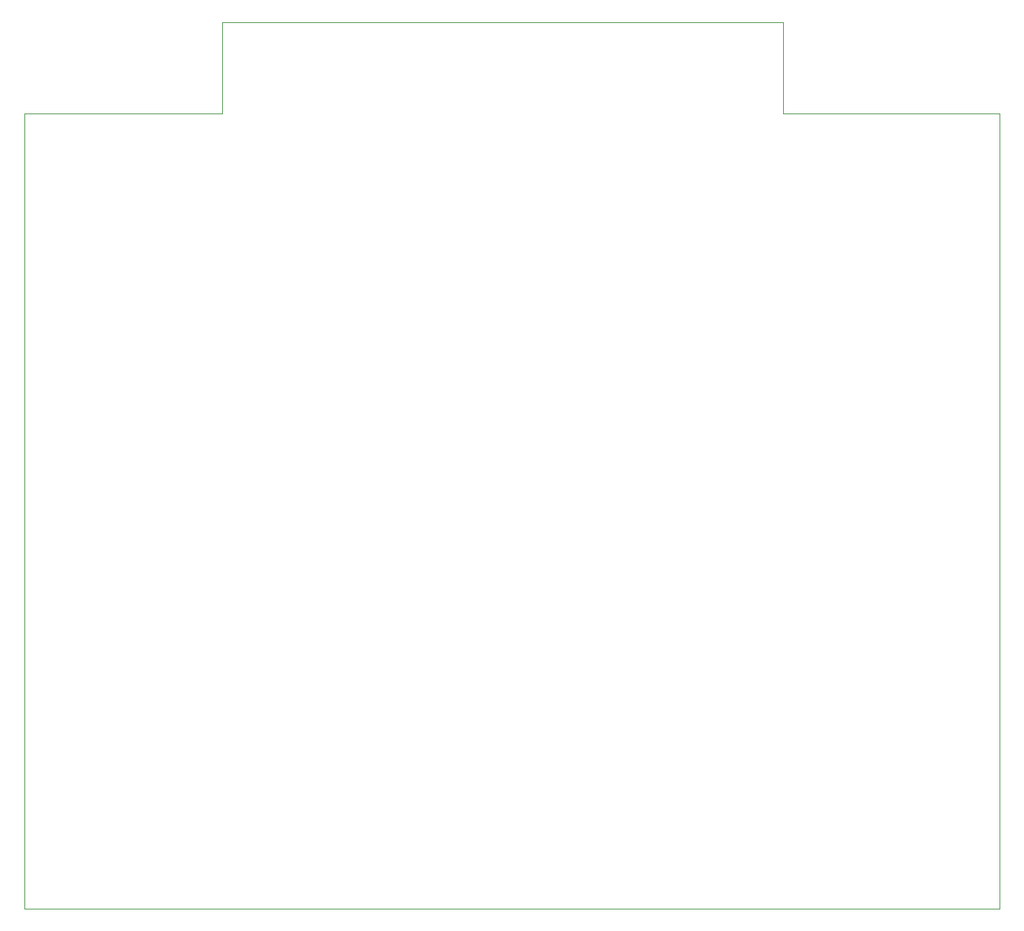
<source format=gm1>
G04 #@! TF.GenerationSoftware,KiCad,Pcbnew,(5.1.9)-1*
G04 #@! TF.CreationDate,2024-07-19T16:57:07+09:00*
G04 #@! TF.ProjectId,MZ-1500_SD,4d5a2d31-3530-4305-9f53-442e6b696361,rev?*
G04 #@! TF.SameCoordinates,PX4395450PY98005a8*
G04 #@! TF.FileFunction,Profile,NP*
%FSLAX46Y46*%
G04 Gerber Fmt 4.6, Leading zero omitted, Abs format (unit mm)*
G04 Created by KiCad (PCBNEW (5.1.9)-1) date 2024-07-19 16:57:07*
%MOMM*%
%LPD*%
G01*
G04 APERTURE LIST*
G04 #@! TA.AperFunction,Profile*
%ADD10C,0.050000*%
G04 #@! TD*
G04 APERTURE END LIST*
D10*
X89281000Y93726000D02*
X114808000Y93726000D01*
X89281000Y104445000D02*
X89281000Y93726000D01*
X23241000Y93726000D02*
X0Y93726000D01*
X23241000Y104445000D02*
X23241000Y93726000D01*
X0Y93726000D02*
X0Y0D01*
X114808000Y0D02*
X114808000Y93726000D01*
X0Y0D02*
X114808000Y0D01*
X89281000Y104445000D02*
X23241000Y104445000D01*
M02*

</source>
